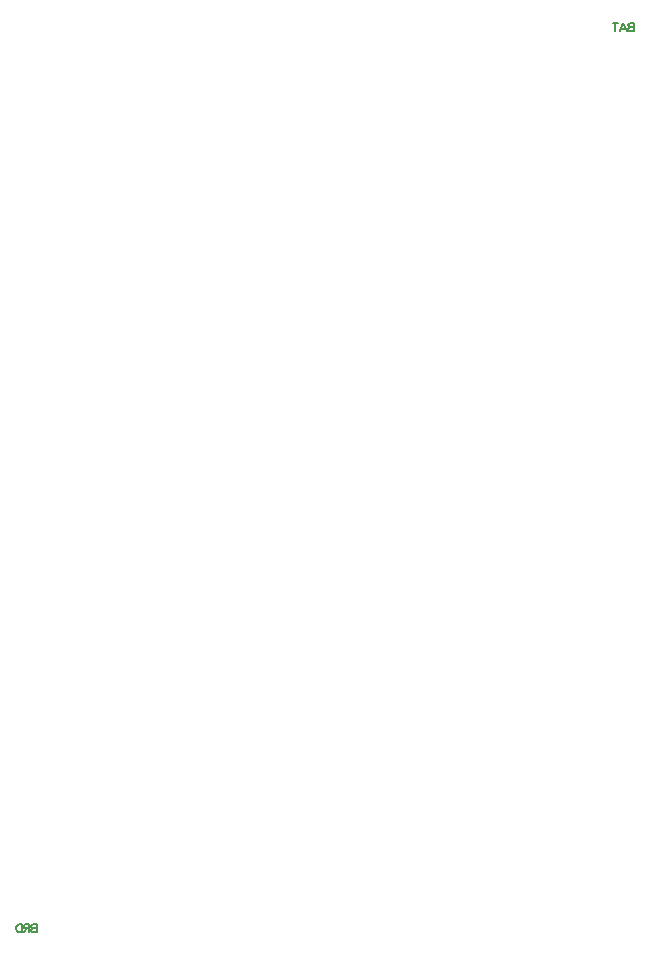
<source format=gbo>
%FSTAX23Y23*%
%MOIN*%
%SFA1B1*%

%IPPOS*%
%ADD23C,0.006000*%
%LNbattery_flex-1*%
%LPD*%
G54D23*
X-00804Y-0127D02*
Y-01297D01*
Y-0127D02*
X-00816D01*
X-0082Y-01271*
X-00821Y-01272*
X-00823Y-01275*
Y-01278*
X-00821Y-0128*
X-0082Y-01281*
X-00816Y-01283*
X-00804D02*
X-00816D01*
X-0082Y-01284*
X-00821Y-01285*
X-00823Y-01288*
Y-01292*
X-00821Y-01295*
X-0082Y-01296*
X-00816Y-01297*
X-00804*
X-00829Y-0127D02*
Y-01297D01*
Y-0127D02*
X-00841D01*
X-00845Y-01271*
X-00846Y-01272*
X-00847Y-01275*
Y-01278*
X-00846Y-0128*
X-00845Y-01281*
X-00841Y-01283*
X-00829*
X-00838D02*
X-00847Y-01297D01*
X-00853Y-0127D02*
Y-01297D01*
Y-0127D02*
X-00863D01*
X-00867Y-01271*
X-00869Y-01274*
X-00871Y-01276*
X-00872Y-0128*
Y-01287*
X-00871Y-01291*
X-00869Y-01293*
X-00867Y-01296*
X-00863Y-01297*
X-00853*
X01186Y01734D02*
Y01706D01*
Y01734D02*
X01174D01*
X01171Y01732*
X01169Y01731*
X01168Y01729*
Y01726*
X01169Y01723*
X01171Y01722*
X01174Y01721*
X01186D02*
X01174D01*
X01171Y01719*
X01169Y01718*
X01168Y01715*
Y01711*
X01169Y01709*
X01171Y01708*
X01174Y01706*
X01186*
X01141D02*
X01151Y01734D01*
X01162Y01706*
X01158Y01715D02*
X01145D01*
X01125Y01734D02*
Y01706D01*
X01134Y01734D02*
X01116D01*
M02*
</source>
